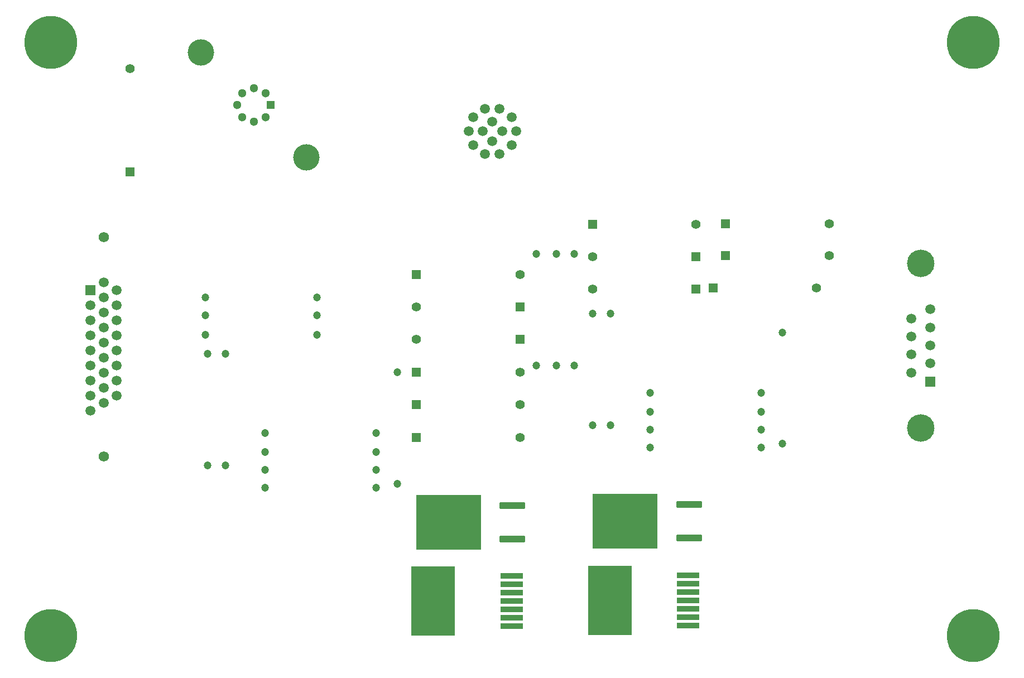
<source format=gbr>
%TF.GenerationSoftware,Altium Limited,Altium Designer,24.2.2 (26)*%
G04 Layer_Color=255*
%FSLAX45Y45*%
%MOMM*%
%TF.SameCoordinates,B61E387C-C652-4A73-A4A4-6DD95E315EF5*%
%TF.FilePolarity,Positive*%
%TF.FileFunction,Pads,Bot*%
%TF.Part,Single*%
G01*
G75*
%TA.AperFunction,ComponentPad*%
%ADD83C,1.42240*%
%ADD84R,1.42240X1.42240*%
%ADD85C,1.30000*%
%ADD86R,1.30000X1.30000*%
%ADD87C,1.50000*%
%ADD88C,1.20000*%
%ADD89R,1.42240X1.42240*%
%ADD90R,1.50000X1.50000*%
%ADD91C,1.57500*%
%ADD92C,1.50800*%
%ADD93R,1.50800X1.50800*%
%ADD94C,4.16600*%
%TA.AperFunction,ViaPad*%
%ADD95C,4.00000*%
%ADD96C,8.00000*%
%TA.AperFunction,SMDPad,CuDef*%
%ADD114R,9.91000X8.30000*%
G04:AMPARAMS|DCode=115|XSize=3.93mm|YSize=1.06mm|CornerRadius=0.265mm|HoleSize=0mm|Usage=FLASHONLY|Rotation=180.000|XOffset=0mm|YOffset=0mm|HoleType=Round|Shape=RoundedRectangle|*
%AMROUNDEDRECTD115*
21,1,3.93000,0.53000,0,0,180.0*
21,1,3.40000,1.06000,0,0,180.0*
1,1,0.53000,-1.70000,0.26500*
1,1,0.53000,1.70000,0.26500*
1,1,0.53000,1.70000,-0.26500*
1,1,0.53000,-1.70000,-0.26500*
%
%ADD115ROUNDEDRECTD115*%
%ADD116R,6.60400X10.48000*%
%ADD117R,3.40000X0.90000*%
D83*
X4300000Y11700000D02*
D03*
X10220000Y6100000D02*
D03*
X8648021Y7594002D02*
D03*
Y8084002D02*
D03*
X10218021Y6604002D02*
D03*
Y7094002D02*
D03*
X10218021Y8574002D02*
D03*
X11320000Y8850000D02*
D03*
X14910001Y8860000D02*
D03*
X12889999Y9340000D02*
D03*
X14910001Y9350000D02*
D03*
X11320000Y8360000D02*
D03*
X14720000Y8370000D02*
D03*
D84*
X4300000Y10130000D02*
D03*
D85*
X6182000Y11401000D02*
D03*
Y10893000D02*
D03*
X5928000Y11147000D02*
D03*
X6002395Y11326605D02*
D03*
X6361605D02*
D03*
X6002395Y10967395D02*
D03*
X6361605D02*
D03*
D86*
X6436000Y11147000D02*
D03*
D87*
X10091246Y10538397D02*
D03*
X9911246Y10407620D02*
D03*
X9688754D02*
D03*
X9508754Y10538397D02*
D03*
Y10961603D02*
D03*
X9688754Y11092380D02*
D03*
X10091246Y10961603D02*
D03*
X9911246Y11092380D02*
D03*
X9800000Y10900000D02*
D03*
Y10600000D02*
D03*
X9650000Y10750000D02*
D03*
X9440000D02*
D03*
X10160000D02*
D03*
X9950000D02*
D03*
X3704000Y8114400D02*
D03*
Y7885800D02*
D03*
Y7657200D02*
D03*
Y7428600D02*
D03*
Y7200000D02*
D03*
Y6971400D02*
D03*
Y6742800D02*
D03*
Y6514000D02*
D03*
X3902000Y8457300D02*
D03*
Y8228700D02*
D03*
Y8000100D02*
D03*
Y7771500D02*
D03*
Y7542900D02*
D03*
Y7314300D02*
D03*
Y7085700D02*
D03*
Y6857100D02*
D03*
Y6628500D02*
D03*
X4100000Y8343000D02*
D03*
Y8114400D02*
D03*
Y7885800D02*
D03*
Y7657200D02*
D03*
Y7428600D02*
D03*
Y7200000D02*
D03*
Y6971400D02*
D03*
Y6742800D02*
D03*
D88*
X5748021Y5684003D02*
D03*
Y7374003D02*
D03*
X8038021Y5614002D02*
D03*
X6348021D02*
D03*
X7135997Y7660000D02*
D03*
X5445997D02*
D03*
X5445998Y7960000D02*
D03*
X7135998D02*
D03*
X5445998Y8230001D02*
D03*
X7135998D02*
D03*
X5478021Y5684003D02*
D03*
Y7374003D02*
D03*
X8358021Y7094002D02*
D03*
Y5404002D02*
D03*
X6348021Y6174002D02*
D03*
X8038021D02*
D03*
Y5344002D02*
D03*
X6348021D02*
D03*
X8038021Y5884002D02*
D03*
X6348021D02*
D03*
X12190000Y6220000D02*
D03*
X13880000D02*
D03*
X12190000Y5950000D02*
D03*
X13880000D02*
D03*
X11320000Y6290000D02*
D03*
Y7980000D02*
D03*
X12190000Y6780000D02*
D03*
X13880000D02*
D03*
X14200000Y7700000D02*
D03*
Y6010000D02*
D03*
X11590000Y6290000D02*
D03*
Y7980000D02*
D03*
X10770000Y8890000D02*
D03*
Y7200000D02*
D03*
X11040000Y8890000D02*
D03*
Y7200000D02*
D03*
X10470000Y7200000D02*
D03*
Y8890000D02*
D03*
X13880000Y6490000D02*
D03*
X12190000D02*
D03*
D89*
X8650000Y6100000D02*
D03*
X10218021Y7594002D02*
D03*
Y8084002D02*
D03*
X8648021Y6604002D02*
D03*
Y7094002D02*
D03*
X8648021Y8574002D02*
D03*
X12889999Y8850000D02*
D03*
X13339999Y8860000D02*
D03*
X11320000Y9340000D02*
D03*
X13339999Y9350000D02*
D03*
X12889999Y8360000D02*
D03*
X13150000Y8370000D02*
D03*
D90*
X3704000Y8343000D02*
D03*
D91*
X3902000Y9145000D02*
D03*
Y5813000D02*
D03*
D92*
X16158000Y7911000D02*
D03*
Y7637000D02*
D03*
Y7363000D02*
D03*
Y7089000D02*
D03*
X16442000Y8048000D02*
D03*
Y7774000D02*
D03*
Y7500000D02*
D03*
Y7226000D02*
D03*
D93*
Y6952000D02*
D03*
D94*
X16300000Y8749500D02*
D03*
Y6250500D02*
D03*
D95*
X6978470Y10353194D02*
D03*
X5382000Y11947000D02*
D03*
D96*
X17100000Y12100000D02*
D03*
Y3100000D02*
D03*
X3100000D02*
D03*
Y12100000D02*
D03*
D114*
X11816000Y4830000D02*
D03*
X9137214Y4821213D02*
D03*
D115*
X12783000Y4576000D02*
D03*
Y5084000D02*
D03*
X10104214Y4567213D02*
D03*
Y5075213D02*
D03*
D116*
X11580100Y3630001D02*
D03*
X8901314Y3621213D02*
D03*
D117*
X12768500Y4011001D02*
D03*
Y3884001D02*
D03*
Y3757001D02*
D03*
Y3630001D02*
D03*
Y3503001D02*
D03*
Y3376001D02*
D03*
Y3249001D02*
D03*
X10089714Y3240213D02*
D03*
Y3367213D02*
D03*
Y3494213D02*
D03*
Y3621213D02*
D03*
Y3748213D02*
D03*
Y3875213D02*
D03*
Y4002213D02*
D03*
%TF.MD5,3f76d0397aa9fb12fb3ef60e62a67116*%
M02*

</source>
